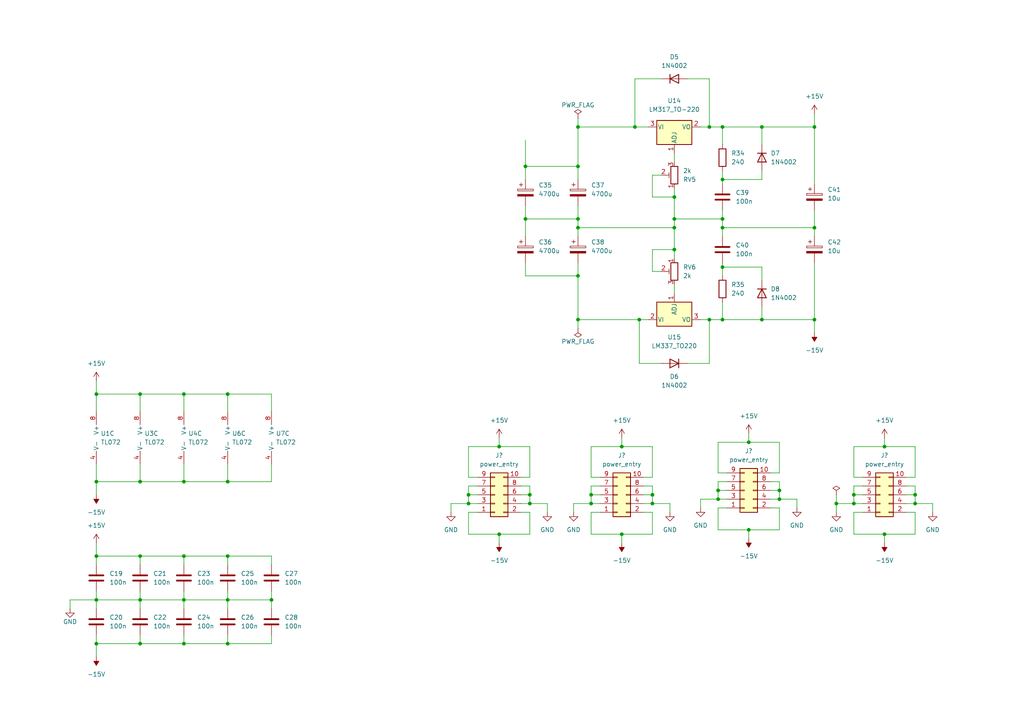
<source format=kicad_sch>
(kicad_sch (version 20211123) (generator eeschema)
  (paper "A4")
  (title_block (title "M.S.M. Stereo Lowpass Filter Pedal") (date "2022-05-19") (rev "0") (comment 2 "creativecommons.org/licenses/by/4.0") (comment 3 "License: CC by 4.0") (comment 4 "Author: Jordan Aceto"))
  (lib_symbols
    (symbol "Amplifier_Operational:TL072" (pin_names (offset 0.127))
      (property "Reference" "U" (at 0 5.08 0))
      (property "Value" "TL072" (at 0 -5.08 0))
      (symbol "TL072_1_1"
        (polyline (pts (xy -5.08 5.08) (xy 5.08 0) (xy -5.08 -5.08) (xy -5.08 5.08)) (stroke (width 0.254)) (fill (type background)))
        (pin output line (at 7.62 0 180) (length 2.54) (name "~") (number "1"))
        (pin input line (at -7.62 -2.54 0) (length 2.54) (name "-") (number "2"))
        (pin input line (at -7.62 2.54 0) (length 2.54) (name "+") (number "3"))
      )
      (symbol "TL072_2_1"
        (polyline (pts (xy -5.08 5.08) (xy 5.08 0) (xy -5.08 -5.08) (xy -5.08 5.08)) (stroke (width 0.254)) (fill (type background)))
        (pin input line (at -7.62 2.54 0) (length 2.54) (name "+") (number "5"))
        (pin input line (at -7.62 -2.54 0) (length 2.54) (name "-") (number "6"))
        (pin output line (at 7.62 0 180) (length 2.54) (name "~") (number "7"))
      )
      (symbol "TL072_3_1"
        (pin power_in line (at -2.54 -7.62 90) (length 3.81) (name "V-") (number "4"))
        (pin power_in line (at -2.54 7.62 270) (length 3.81) (name "V+") (number "8"))
      )
    )
    (symbol "Connector_Generic:Conn_02x05_Odd_Even" (pin_names (offset 1.016) hide)
      (property "Reference" "J" (at 1.27 7.62 0))
      (property "Value" "Conn_02x05_Odd_Even" (at 1.27 -7.62 0))
      (symbol "Conn_02x05_Odd_Even_1_1"
        (rectangle (start -1.27 -4.953) (end 0 -5.207) (stroke (width 0.1524)))
        (rectangle (start -1.27 -2.413) (end 0 -2.667) (stroke (width 0.1524)))
        (rectangle (start -1.27 0.127) (end 0 -0.127) (stroke (width 0.1524)))
        (rectangle (start -1.27 2.667) (end 0 2.413) (stroke (width 0.1524)))
        (rectangle (start -1.27 5.207) (end 0 4.953) (stroke (width 0.1524)))
        (rectangle (start -1.27 6.35) (end 3.81 -6.35) (stroke (width 0.254)) (fill (type background)))
        (rectangle (start 3.81 -4.953) (end 2.54 -5.207) (stroke (width 0.1524)))
        (rectangle (start 3.81 -2.413) (end 2.54 -2.667) (stroke (width 0.1524)))
        (rectangle (start 3.81 0.127) (end 2.54 -0.127) (stroke (width 0.1524)))
        (rectangle (start 3.81 2.667) (end 2.54 2.413) (stroke (width 0.1524)))
        (rectangle (start 3.81 5.207) (end 2.54 4.953) (stroke (width 0.1524)))
        (pin passive line (at -5.08 5.08 0) (length 3.81) (name "Pin_1") (number "1"))
        (pin passive line (at 7.62 -5.08 180) (length 3.81) (name "Pin_10") (number "10"))
        (pin passive line (at 7.62 5.08 180) (length 3.81) (name "Pin_2") (number "2"))
        (pin passive line (at -5.08 2.54 0) (length 3.81) (name "Pin_3") (number "3"))
        (pin passive line (at 7.62 2.54 180) (length 3.81) (name "Pin_4") (number "4"))
        (pin passive line (at -5.08 0 0) (length 3.81) (name "Pin_5") (number "5"))
        (pin passive line (at 7.62 0 180) (length 3.81) (name "Pin_6") (number "6"))
        (pin passive line (at -5.08 -2.54 0) (length 3.81) (name "Pin_7") (number "7"))
        (pin passive line (at 7.62 -2.54 180) (length 3.81) (name "Pin_8") (number "8"))
        (pin passive line (at -5.08 -5.08 0) (length 3.81) (name "Pin_9") (number "9"))
      )
    )
    (symbol "Device:C" (pin_numbers hide) (pin_names (offset 0.254))
      (property "Reference" "C" (at 0.635 2.54 0))
      (property "Value" "C" (at 0.635 -2.54 0))
      (symbol "C_0_1"
        (polyline (pts (xy -2.032 -0.762) (xy 2.032 -0.762)) (stroke (width 0.508)))
        (polyline (pts (xy -2.032 0.762) (xy 2.032 0.762)) (stroke (width 0.508)))
      )
      (symbol "C_1_1"
        (pin passive line (at 0 3.81 270) (length 2.794) (name "~") (number "1"))
        (pin passive line (at 0 -3.81 90) (length 2.794) (name "~") (number "2"))
      )
    )
    (symbol "Device:C_Polarized" (pin_numbers hide) (pin_names (offset 0.254))
      (property "Reference" "C" (at 0.635 2.54 0))
      (property "Value" "C_Polarized" (at 0.635 -2.54 0))
      (symbol "C_Polarized_0_1"
        (rectangle (start -2.286 0.508) (end 2.286 1.016))
        (polyline (pts (xy -1.778 2.286) (xy -0.762 2.286)))
        (polyline (pts (xy -1.27 2.794) (xy -1.27 1.778)))
        (rectangle (start 2.286 -0.508) (end -2.286 -1.016) (fill (type outline)))
      )
      (symbol "C_Polarized_1_1"
        (pin passive line (at 0 3.81 270) (length 2.794) (name "~") (number "1"))
        (pin passive line (at 0 -3.81 90) (length 2.794) (name "~") (number "2"))
      )
    )
    (symbol "Device:R" (pin_numbers hide) (pin_names (offset 0))
      (property "Reference" "R" (at 2.032 0 90))
      (property "Value" "R" (at 0 0 90))
      (symbol "R_0_1"
        (rectangle (start -1.016 -2.54) (end 1.016 2.54) (stroke (width 0.254)))
      )
      (symbol "R_1_1"
        (pin passive line (at 0 3.81 270) (length 1.27) (name "~") (number "1"))
        (pin passive line (at 0 -3.81 90) (length 1.27) (name "~") (number "2"))
      )
    )
    (symbol "Device:R_Potentiometer_Trim" (pin_names (offset 1.016) hide)
      (property "Reference" "RV" (at -4.445 0 90))
      (property "Value" "R_Potentiometer_Trim" (at -2.54 0 90))
      (symbol "R_Potentiometer_Trim_0_1"
        (polyline (pts (xy 1.524 0.762) (xy 1.524 -0.762)))
        (polyline (pts (xy 2.54 0) (xy 1.524 0)))
        (rectangle (start 1.016 2.54) (end -1.016 -2.54) (stroke (width 0.254)))
      )
      (symbol "R_Potentiometer_Trim_1_1"
        (pin passive line (at 0 3.81 270) (length 1.27) (name "1") (number "1"))
        (pin passive line (at 3.81 0 180) (length 1.27) (name "2") (number "2"))
        (pin passive line (at 0 -3.81 90) (length 1.27) (name "3") (number "3"))
      )
    )
    (symbol "Diode:1N4002" (pin_numbers hide) (pin_names (offset 1.016) hide)
      (property "Reference" "D" (at 0 2.54 0))
      (property "Value" "1N4002" (at 0 -2.54 0))
      (symbol "1N4002_0_1"
        (polyline (pts (xy -1.27 1.27) (xy -1.27 -1.27)) (stroke (width 0.254)))
        (polyline (pts (xy 1.27 0) (xy -1.27 0)))
        (polyline (pts (xy 1.27 1.27) (xy 1.27 -1.27) (xy -1.27 0) (xy 1.27 1.27)) (stroke (width 0.254)))
      )
      (symbol "1N4002_1_1"
        (pin passive line (at -3.81 0 0) (length 2.54) (name "K") (number "1"))
        (pin passive line (at 3.81 0 180) (length 2.54) (name "A") (number "2"))
      )
    )
    (symbol "Regulator_Linear:LM317_TO-220" (pin_names (offset 0.254))
      (property "Reference" "U" (at -3.81 3.175 0))
      (property "Value" "LM317_TO-220" (at 0 3.175 0))
      (symbol "LM317_TO-220_0_1"
        (rectangle (start -5.08 1.905) (end 5.08 -5.08) (stroke (width 0.254)) (fill (type background)))
      )
      (symbol "LM317_TO-220_1_1"
        (pin input line (at 0 -7.62 90) (length 2.54) (name "ADJ") (number "1"))
        (pin power_out line (at 7.62 0 180) (length 2.54) (name "VO") (number "2"))
        (pin power_in line (at -7.62 0 0) (length 2.54) (name "VI") (number "3"))
      )
    )
    (symbol "Regulator_Linear:LM337_TO220" (pin_names (offset 0.254))
      (property "Reference" "U" (at -3.81 -3.175 0))
      (property "Value" "LM337_TO220" (at 0 -3.175 0))
      (symbol "LM337_TO220_0_1"
        (rectangle (start -5.08 5.08) (end 5.08 -1.905) (stroke (width 0.254)) (fill (type background)))
      )
      (symbol "LM337_TO220_1_1"
        (pin input line (at 0 7.62 270) (length 2.54) (name "ADJ") (number "1"))
        (pin power_in line (at -7.62 0 0) (length 2.54) (name "VI") (number "2"))
        (pin power_out line (at 7.62 0 180) (length 2.54) (name "VO") (number "3"))
      )
    )
    (symbol "power:+15V" (power) (pin_names (offset 0))
      (property "Value" "+15V" (at 0 3.556 0))
      (symbol "+15V_0_1"
        (polyline (pts (xy -0.762 1.27) (xy 0 2.54)))
        (polyline (pts (xy 0 0) (xy 0 2.54)))
        (polyline (pts (xy 0 2.54) (xy 0.762 1.27)))
      )
      (symbol "+15V_1_1"
        (pin power_in line (at 0 0 90) (length 0) hide (name "+15V") (number "1"))
      )
    )
    (symbol "power:-15V" (power) (pin_names (offset 0))
      (property "Value" "-15V" (at 0 3.81 0))
      (symbol "-15V_0_0"
        (pin power_in line (at 0 0 90) (length 0) hide (name "-15V") (number "1"))
      )
      (symbol "-15V_0_1"
        (polyline (pts (xy 0 0) (xy 0 1.27) (xy 0.762 1.27) (xy 0 2.54) (xy -0.762 1.27) (xy 0 1.27)) (fill (type outline)))
      )
    )
    (symbol "power:GND" (power) (pin_names (offset 0))
      (property "Value" "GND" (at 0 -3.81 0))
      (symbol "GND_0_1"
        (polyline (pts (xy 0 0) (xy 0 -1.27) (xy 1.27 -1.27) (xy 0 -2.54) (xy -1.27 -1.27) (xy 0 -1.27)))
      )
      (symbol "GND_1_1"
        (pin power_in line (at 0 0 270) (length 0) hide (name "GND") (number "1"))
      )
    )
    (symbol "power:PWR_FLAG" (power) (pin_numbers hide) (pin_names (offset 0) hide)
      (property "Value" "PWR_FLAG" (at 0 3.81 0))
      (symbol "PWR_FLAG_0_0"
        (pin power_out line (at 0 0 90) (length 0) (name "pwr") (number "1"))
      )
      (symbol "PWR_FLAG_0_1"
        (polyline (pts (xy 0 0) (xy 0 1.27) (xy -1.016 1.905) (xy 0 2.54) (xy 1.016 1.905) (xy 0 1.27)))
      )
    )
  )
  (junction (at 27.94 139.7))
  (junction (at 180.34 129.54))
  (junction (at 265.43 146.05))
  (junction (at 180.34 154.94))
  (junction (at 53.34 114.3))
  (junction (at 27.94 161.29))
  (junction (at 27.94 186.69))
  (junction (at 217.17 153.67))
  (junction (at 167.64 63.5))
  (junction (at 209.55 77.47))
  (junction (at 209.55 36.83))
  (junction (at 205.74 92.71))
  (junction (at 226.06 144.78))
  (junction (at 265.43 143.51))
  (junction (at 189.23 143.51))
  (junction (at 220.98 92.71))
  (junction (at 153.67 146.05))
  (junction (at 135.89 146.05))
  (junction (at 247.65 146.05))
  (junction (at 40.64 114.3))
  (junction (at 53.34 173.99))
  (junction (at 195.58 72.39))
  (junction (at 66.04 114.3))
  (junction (at 144.78 129.54))
  (junction (at 195.58 66.04))
  (junction (at 167.64 66.04))
  (junction (at 209.55 52.07))
  (junction (at 152.4 48.26))
  (junction (at 256.54 154.94))
  (junction (at 27.94 114.3))
  (junction (at 78.74 173.99))
  (junction (at 167.64 36.83))
  (junction (at 40.64 161.29))
  (junction (at 167.64 92.71))
  (junction (at 195.58 63.5))
  (junction (at 171.45 143.51))
  (junction (at 184.15 36.83))
  (junction (at 195.58 57.15))
  (junction (at 236.22 36.83))
  (junction (at 66.04 173.99))
  (junction (at 144.78 154.94))
  (junction (at 66.04 186.69))
  (junction (at 53.34 186.69))
  (junction (at 256.54 129.54))
  (junction (at 220.98 36.83))
  (junction (at 236.22 92.71))
  (junction (at 208.28 142.24))
  (junction (at 205.74 36.83))
  (junction (at 189.23 146.05))
  (junction (at 208.28 144.78))
  (junction (at 167.64 48.26))
  (junction (at 152.4 63.5))
  (junction (at 171.45 146.05))
  (junction (at 209.55 92.71))
  (junction (at 242.57 146.05))
  (junction (at 236.22 66.04))
  (junction (at 40.64 173.99))
  (junction (at 27.94 173.99))
  (junction (at 226.06 142.24))
  (junction (at 53.34 139.7))
  (junction (at 53.34 161.29))
  (junction (at 66.04 161.29))
  (junction (at 167.64 80.01))
  (junction (at 209.55 66.04))
  (junction (at 209.55 63.5))
  (junction (at 185.42 92.71))
  (junction (at 66.04 139.7))
  (junction (at 217.17 128.27))
  (junction (at 135.89 143.51))
  (junction (at 153.67 143.51))
  (junction (at 40.64 186.69))
  (junction (at 40.64 139.7))
  (junction (at 247.65 143.51))
  (wire (pts (xy 167.64 95.25) (xy 167.64 92.71)))
  (wire (pts (xy 40.64 173.99) (xy 27.94 173.99)))
  (wire (pts (xy 138.43 146.05) (xy 135.89 146.05)))
  (wire (pts (xy 220.98 88.9) (xy 220.98 92.71)))
  (wire (pts (xy 158.75 146.05) (xy 153.67 146.05)))
  (wire (pts (xy 189.23 57.15) (xy 195.58 57.15)))
  (wire (pts (xy 191.77 105.41) (xy 185.42 105.41)))
  (wire (pts (xy 66.04 186.69) (xy 66.04 184.15)))
  (wire (pts (xy 265.43 146.05) (xy 265.43 143.51)))
  (wire (pts (xy 152.4 63.5) (xy 167.64 63.5)))
  (wire (pts (xy 78.74 161.29) (xy 66.04 161.29)))
  (wire (pts (xy 40.64 173.99) (xy 40.64 176.53)))
  (wire (pts (xy 209.55 36.83) (xy 209.55 41.91)))
  (wire (pts (xy 185.42 92.71) (xy 187.96 92.71)))
  (wire (pts (xy 138.43 148.59) (xy 135.89 148.59)))
  (wire (pts (xy 226.06 147.32) (xy 223.52 147.32)))
  (wire (pts (xy 167.64 63.5) (xy 167.64 66.04)))
  (wire (pts (xy 53.34 139.7) (xy 53.34 134.62)))
  (wire (pts (xy 220.98 52.07) (xy 220.98 49.53)))
  (wire (pts (xy 247.65 140.97) (xy 247.65 143.51)))
  (wire (pts (xy 158.75 148.59) (xy 158.75 146.05)))
  (wire (pts (xy 167.64 34.29) (xy 167.64 36.83)))
  (wire (pts (xy 78.74 139.7) (xy 66.04 139.7)))
  (wire (pts (xy 270.51 146.05) (xy 265.43 146.05)))
  (wire (pts (xy 27.94 173.99) (xy 27.94 176.53)))
  (wire (pts (xy 27.94 134.62) (xy 27.94 139.7)))
  (wire (pts (xy 27.94 139.7) (xy 27.94 143.51)))
  (wire (pts (xy 27.94 186.69) (xy 27.94 190.5)))
  (wire (pts (xy 153.67 129.54) (xy 144.78 129.54)))
  (wire (pts (xy 78.74 114.3) (xy 66.04 114.3)))
  (wire (pts (xy 153.67 154.94) (xy 153.67 148.59)))
  (wire (pts (xy 144.78 129.54) (xy 135.89 129.54)))
  (wire (pts (xy 78.74 173.99) (xy 66.04 173.99)))
  (wire (pts (xy 208.28 142.24) (xy 210.82 142.24)))
  (wire (pts (xy 152.4 80.01) (xy 167.64 80.01)))
  (wire (pts (xy 247.65 140.97) (xy 250.19 140.97)))
  (wire (pts (xy 223.52 144.78) (xy 226.06 144.78)))
  (wire (pts (xy 194.31 146.05) (xy 189.23 146.05)))
  (wire (pts (xy 167.64 36.83) (xy 184.15 36.83)))
  (wire (pts (xy 53.34 186.69) (xy 53.34 184.15)))
  (wire (pts (xy 66.04 173.99) (xy 66.04 176.53)))
  (wire (pts (xy 152.4 48.26) (xy 167.64 48.26)))
  (wire (pts (xy 209.55 49.53) (xy 209.55 52.07)))
  (wire (pts (xy 152.4 48.26) (xy 152.4 52.07)))
  (wire (pts (xy 184.15 22.86) (xy 191.77 22.86)))
  (wire (pts (xy 151.13 138.43) (xy 153.67 138.43)))
  (wire (pts (xy 195.58 63.5) (xy 195.58 66.04)))
  (wire (pts (xy 256.54 154.94) (xy 265.43 154.94)))
  (wire (pts (xy 78.74 171.45) (xy 78.74 173.99)))
  (wire (pts (xy 270.51 148.59) (xy 270.51 146.05)))
  (wire (pts (xy 27.94 184.15) (xy 27.94 186.69)))
  (wire (pts (xy 209.55 77.47) (xy 220.98 77.47)))
  (wire (pts (xy 205.74 22.86) (xy 199.39 22.86)))
  (wire (pts (xy 167.64 48.26) (xy 167.64 36.83)))
  (wire (pts (xy 40.64 114.3) (xy 27.94 114.3)))
  (wire (pts (xy 186.69 140.97) (xy 189.23 140.97)))
  (wire (pts (xy 153.67 146.05) (xy 153.67 143.51)))
  (wire (pts (xy 20.32 173.99) (xy 27.94 173.99)))
  (wire (pts (xy 40.64 161.29) (xy 27.94 161.29)))
  (wire (pts (xy 209.55 76.2) (xy 209.55 77.47)))
  (wire (pts (xy 189.23 148.59) (xy 186.69 148.59)))
  (wire (pts (xy 208.28 137.16) (xy 210.82 137.16)))
  (wire (pts (xy 40.64 139.7) (xy 27.94 139.7)))
  (wire (pts (xy 66.04 114.3) (xy 66.04 119.38)))
  (wire (pts (xy 247.65 154.94) (xy 256.54 154.94)))
  (wire (pts (xy 265.43 138.43) (xy 265.43 129.54)))
  (wire (pts (xy 53.34 161.29) (xy 53.34 163.83)))
  (wire (pts (xy 184.15 36.83) (xy 184.15 22.86)))
  (wire (pts (xy 144.78 127) (xy 144.78 129.54)))
  (wire (pts (xy 27.94 110.49) (xy 27.94 114.3)))
  (wire (pts (xy 135.89 148.59) (xy 135.89 154.94)))
  (wire (pts (xy 210.82 147.32) (xy 208.28 147.32)))
  (wire (pts (xy 223.52 139.7) (xy 226.06 139.7)))
  (wire (pts (xy 153.67 148.59) (xy 151.13 148.59)))
  (wire (pts (xy 208.28 139.7) (xy 208.28 142.24)))
  (wire (pts (xy 66.04 186.69) (xy 78.74 186.69)))
  (wire (pts (xy 78.74 186.69) (xy 78.74 184.15)))
  (wire (pts (xy 27.94 186.69) (xy 40.64 186.69)))
  (wire (pts (xy 256.54 129.54) (xy 247.65 129.54)))
  (wire (pts (xy 167.64 80.01) (xy 167.64 76.2)))
  (wire (pts (xy 209.55 60.96) (xy 209.55 63.5)))
  (wire (pts (xy 189.23 154.94) (xy 189.23 148.59)))
  (wire (pts (xy 209.55 92.71) (xy 209.55 87.63)))
  (wire (pts (xy 250.19 146.05) (xy 247.65 146.05)))
  (wire (pts (xy 171.45 148.59) (xy 171.45 154.94)))
  (wire (pts (xy 250.19 148.59) (xy 247.65 148.59)))
  (wire (pts (xy 203.2 144.78) (xy 208.28 144.78)))
  (wire (pts (xy 40.64 139.7) (xy 40.64 134.62)))
  (wire (pts (xy 208.28 128.27) (xy 208.28 137.16)))
  (wire (pts (xy 66.04 134.62) (xy 66.04 139.7)))
  (wire (pts (xy 226.06 142.24) (xy 226.06 139.7)))
  (wire (pts (xy 167.64 92.71) (xy 185.42 92.71)))
  (wire (pts (xy 53.34 186.69) (xy 66.04 186.69)))
  (wire (pts (xy 78.74 114.3) (xy 78.74 119.38)))
  (wire (pts (xy 186.69 146.05) (xy 189.23 146.05)))
  (wire (pts (xy 53.34 114.3) (xy 53.34 119.38)))
  (wire (pts (xy 180.34 129.54) (xy 171.45 129.54)))
  (wire (pts (xy 195.58 54.61) (xy 195.58 57.15)))
  (wire (pts (xy 40.64 171.45) (xy 40.64 173.99)))
  (wire (pts (xy 135.89 143.51) (xy 138.43 143.51)))
  (wire (pts (xy 220.98 77.47) (xy 220.98 81.28)))
  (wire (pts (xy 209.55 52.07) (xy 209.55 53.34)))
  (wire (pts (xy 66.04 173.99) (xy 53.34 173.99)))
  (wire (pts (xy 130.81 146.05) (xy 135.89 146.05)))
  (wire (pts (xy 53.34 114.3) (xy 40.64 114.3)))
  (wire (pts (xy 153.67 138.43) (xy 153.67 129.54)))
  (wire (pts (xy 195.58 63.5) (xy 209.55 63.5)))
  (wire (pts (xy 189.23 146.05) (xy 189.23 143.51)))
  (wire (pts (xy 189.23 138.43) (xy 189.23 129.54)))
  (wire (pts (xy 53.34 173.99) (xy 40.64 173.99)))
  (wire (pts (xy 265.43 154.94) (xy 265.43 148.59)))
  (wire (pts (xy 236.22 53.34) (xy 236.22 36.83)))
  (wire (pts (xy 135.89 140.97) (xy 138.43 140.97)))
  (wire (pts (xy 171.45 143.51) (xy 171.45 146.05)))
  (wire (pts (xy 220.98 92.71) (xy 236.22 92.71)))
  (wire (pts (xy 223.52 137.16) (xy 226.06 137.16)))
  (wire (pts (xy 209.55 92.71) (xy 220.98 92.71)))
  (wire (pts (xy 189.23 129.54) (xy 180.34 129.54)))
  (wire (pts (xy 185.42 105.41) (xy 185.42 92.71)))
  (wire (pts (xy 226.06 144.78) (xy 226.06 142.24)))
  (wire (pts (xy 209.55 52.07) (xy 220.98 52.07)))
  (wire (pts (xy 27.94 161.29) (xy 27.94 163.83)))
  (wire (pts (xy 40.64 161.29) (xy 40.64 163.83)))
  (wire (pts (xy 203.2 92.71) (xy 205.74 92.71)))
  (wire (pts (xy 53.34 161.29) (xy 40.64 161.29)))
  (wire (pts (xy 226.06 128.27) (xy 217.17 128.27)))
  (wire (pts (xy 208.28 142.24) (xy 208.28 144.78)))
  (wire (pts (xy 167.64 66.04) (xy 167.64 68.58)))
  (wire (pts (xy 189.23 72.39) (xy 195.58 72.39)))
  (wire (pts (xy 66.04 171.45) (xy 66.04 173.99)))
  (wire (pts (xy 236.22 92.71) (xy 236.22 76.2)))
  (wire (pts (xy 173.99 146.05) (xy 171.45 146.05)))
  (wire (pts (xy 171.45 143.51) (xy 173.99 143.51)))
  (wire (pts (xy 167.64 52.07) (xy 167.64 48.26)))
  (wire (pts (xy 171.45 138.43) (xy 173.99 138.43)))
  (wire (pts (xy 173.99 148.59) (xy 171.45 148.59)))
  (wire (pts (xy 144.78 154.94) (xy 144.78 157.48)))
  (wire (pts (xy 171.45 129.54) (xy 171.45 138.43)))
  (wire (pts (xy 135.89 154.94) (xy 144.78 154.94)))
  (wire (pts (xy 256.54 127) (xy 256.54 129.54)))
  (wire (pts (xy 205.74 92.71) (xy 209.55 92.71)))
  (wire (pts (xy 195.58 44.45) (xy 195.58 46.99)))
  (wire (pts (xy 262.89 140.97) (xy 265.43 140.97)))
  (wire (pts (xy 236.22 33.02) (xy 236.22 36.83)))
  (wire (pts (xy 209.55 36.83) (xy 220.98 36.83)))
  (wire (pts (xy 40.64 114.3) (xy 40.64 119.38)))
  (wire (pts (xy 209.55 66.04) (xy 209.55 68.58)))
  (wire (pts (xy 20.32 176.53) (xy 20.32 173.99)))
  (wire (pts (xy 247.65 138.43) (xy 250.19 138.43)))
  (wire (pts (xy 135.89 129.54) (xy 135.89 138.43)))
  (wire (pts (xy 189.23 143.51) (xy 189.23 140.97)))
  (wire (pts (xy 144.78 154.94) (xy 153.67 154.94)))
  (wire (pts (xy 78.74 139.7) (xy 78.74 134.62)))
  (wire (pts (xy 171.45 140.97) (xy 171.45 143.51)))
  (wire (pts (xy 180.34 154.94) (xy 180.34 157.48)))
  (wire (pts (xy 247.65 129.54) (xy 247.65 138.43)))
  (wire (pts (xy 247.65 143.51) (xy 247.65 146.05)))
  (wire (pts (xy 217.17 128.27) (xy 208.28 128.27)))
  (wire (pts (xy 262.89 146.05) (xy 265.43 146.05)))
  (wire (pts (xy 217.17 153.67) (xy 226.06 153.67)))
  (wire (pts (xy 236.22 92.71) (xy 236.22 96.52)))
  (wire (pts (xy 220.98 36.83) (xy 236.22 36.83)))
  (wire (pts (xy 195.58 72.39) (xy 195.58 74.93)))
  (wire (pts (xy 186.69 143.51) (xy 189.23 143.51)))
  (wire (pts (xy 152.4 59.69) (xy 152.4 63.5)))
  (wire (pts (xy 205.74 36.83) (xy 205.74 22.86)))
  (wire (pts (xy 205.74 105.41) (xy 205.74 92.71)))
  (wire (pts (xy 166.37 146.05) (xy 171.45 146.05)))
  (wire (pts (xy 27.94 171.45) (xy 27.94 173.99)))
  (wire (pts (xy 231.14 144.78) (xy 226.06 144.78)))
  (wire (pts (xy 186.69 138.43) (xy 189.23 138.43)))
  (wire (pts (xy 53.34 139.7) (xy 40.64 139.7)))
  (wire (pts (xy 209.55 77.47) (xy 209.55 80.01)))
  (wire (pts (xy 27.94 114.3) (xy 27.94 119.38)))
  (wire (pts (xy 231.14 147.32) (xy 231.14 144.78)))
  (wire (pts (xy 152.4 63.5) (xy 152.4 68.58)))
  (wire (pts (xy 199.39 105.41) (xy 205.74 105.41)))
  (wire (pts (xy 265.43 129.54) (xy 256.54 129.54)))
  (wire (pts (xy 217.17 125.73) (xy 217.17 128.27)))
  (wire (pts (xy 166.37 148.59) (xy 166.37 146.05)))
  (wire (pts (xy 180.34 127) (xy 180.34 129.54)))
  (wire (pts (xy 167.64 80.01) (xy 167.64 92.71)))
  (wire (pts (xy 135.89 143.51) (xy 135.89 146.05)))
  (wire (pts (xy 209.55 66.04) (xy 236.22 66.04)))
  (wire (pts (xy 40.64 186.69) (xy 53.34 186.69)))
  (wire (pts (xy 208.28 147.32) (xy 208.28 153.67)))
  (wire (pts (xy 191.77 50.8) (xy 189.23 50.8)))
  (wire (pts (xy 171.45 140.97) (xy 173.99 140.97)))
  (wire (pts (xy 236.22 66.04) (xy 236.22 68.58)))
  (wire (pts (xy 167.64 66.04) (xy 195.58 66.04)))
  (wire (pts (xy 220.98 41.91) (xy 220.98 36.83)))
  (wire (pts (xy 256.54 154.94) (xy 256.54 157.48)))
  (wire (pts (xy 152.4 40.64) (xy 152.4 48.26)))
  (wire (pts (xy 209.55 63.5) (xy 209.55 66.04)))
  (wire (pts (xy 195.58 82.55) (xy 195.58 85.09)))
  (wire (pts (xy 195.58 66.04) (xy 195.58 72.39)))
  (wire (pts (xy 203.2 147.32) (xy 203.2 144.78)))
  (wire (pts (xy 226.06 137.16) (xy 226.06 128.27)))
  (wire (pts (xy 194.31 148.59) (xy 194.31 146.05)))
  (wire (pts (xy 66.04 161.29) (xy 66.04 163.83)))
  (wire (pts (xy 40.64 186.69) (xy 40.64 184.15)))
  (wire (pts (xy 265.43 143.51) (xy 265.43 140.97)))
  (wire (pts (xy 135.89 138.43) (xy 138.43 138.43)))
  (wire (pts (xy 66.04 139.7) (xy 53.34 139.7)))
  (wire (pts (xy 226.06 153.67) (xy 226.06 147.32)))
  (wire (pts (xy 66.04 161.29) (xy 53.34 161.29)))
  (wire (pts (xy 223.52 142.24) (xy 226.06 142.24)))
  (wire (pts (xy 152.4 76.2) (xy 152.4 80.01)))
  (wire (pts (xy 195.58 57.15) (xy 195.58 63.5)))
  (wire (pts (xy 208.28 139.7) (xy 210.82 139.7)))
  (wire (pts (xy 153.67 143.51) (xy 153.67 140.97)))
  (wire (pts (xy 187.96 36.83) (xy 184.15 36.83)))
  (wire (pts (xy 130.81 148.59) (xy 130.81 146.05)))
  (wire (pts (xy 151.13 143.51) (xy 153.67 143.51)))
  (wire (pts (xy 242.57 146.05) (xy 247.65 146.05)))
  (wire (pts (xy 171.45 154.94) (xy 180.34 154.94)))
  (wire (pts (xy 189.23 78.74) (xy 189.23 72.39)))
  (wire (pts (xy 191.77 78.74) (xy 189.23 78.74)))
  (wire (pts (xy 78.74 173.99) (xy 78.74 176.53)))
  (wire (pts (xy 262.89 138.43) (xy 265.43 138.43)))
  (wire (pts (xy 27.94 157.48) (xy 27.94 161.29)))
  (wire (pts (xy 53.34 171.45) (xy 53.34 173.99)))
  (wire (pts (xy 205.74 36.83) (xy 203.2 36.83)))
  (wire (pts (xy 167.64 59.69) (xy 167.64 63.5)))
  (wire (pts (xy 247.65 143.51) (xy 250.19 143.51)))
  (wire (pts (xy 66.04 114.3) (xy 53.34 114.3)))
  (wire (pts (xy 242.57 148.59) (xy 242.57 146.05)))
  (wire (pts (xy 247.65 148.59) (xy 247.65 154.94)))
  (wire (pts (xy 265.43 148.59) (xy 262.89 148.59)))
  (wire (pts (xy 262.89 143.51) (xy 265.43 143.51)))
  (wire (pts (xy 209.55 36.83) (xy 205.74 36.83)))
  (wire (pts (xy 217.17 153.67) (xy 217.17 156.21)))
  (wire (pts (xy 151.13 146.05) (xy 153.67 146.05)))
  (wire (pts (xy 135.89 140.97) (xy 135.89 143.51)))
  (wire (pts (xy 151.13 140.97) (xy 153.67 140.97)))
  (wire (pts (xy 208.28 153.67) (xy 217.17 153.67)))
  (wire (pts (xy 242.57 143.51) (xy 242.57 146.05)))
  (wire (pts (xy 180.34 154.94) (xy 189.23 154.94)))
  (wire (pts (xy 236.22 60.96) (xy 236.22 66.04)))
  (wire (pts (xy 189.23 50.8) (xy 189.23 57.15)))
  (wire (pts (xy 210.82 144.78) (xy 208.28 144.78)))
  (wire (pts (xy 78.74 161.29) (xy 78.74 163.83)))
  (wire (pts (xy 53.34 173.99) (xy 53.34 176.53)))
  (symbol (lib_id "Device:C_Polarized") (at 167.64 72.39 0) (unit 1)
    (property "Reference" "C38" (at 171.45 70.2309 0) (effects (justify left)))
    (property "Value" "4700u" (at 171.45 72.7709 0) (effects (justify left)))
  )
  (symbol (lib_id "power:+15V") (at 236.22 33.02 0) (unit 1)
    (property "Reference" "#PWR?" (effects hide))
    (property "Value" "+15V" (at 236.22 27.94 0))
  )
  (symbol (lib_id "Device:C_Polarized") (at 152.4 55.88 0) (unit 1)
    (property "Reference" "C35" (at 156.21 53.7209 0) (effects (justify left)))
    (property "Value" "4700u" (at 156.21 56.2609 0) (effects (justify left)))
  )
  (symbol (lib_id "Device:C_Polarized") (at 152.4 72.39 0) (unit 1)
    (property "Reference" "C36" (at 156.21 70.2309 0) (effects (justify left)))
    (property "Value" "4700u" (at 156.21 72.7709 0) (effects (justify left)))
  )
  (symbol (lib_id "power:GND") (at 130.81 148.59 0) (mirror y) (unit 1)
    (property "Reference" "#PWR?" (effects hide))
    (property "Value" "GND" (at 130.81 153.67 0))
  )
  (symbol (lib_id "Connector_Generic:Conn_02x05_Odd_Even") (at 143.51 143.51 0) (mirror x) (unit 1)
    (property "Reference" "J?" (at 144.78 132.08 0))
    (property "Value" "power_entry" (at 144.78 134.62 0))
    (property "Footprint" "Connector_IDC:IDC-Header_2x05_P2.54mm_Vertical" (effects hide))
  )
  (symbol (lib_id "power:+15V") (at 180.34 127 0) (unit 1)
    (property "Reference" "#PWR?" (effects hide))
    (property "Value" "+15V" (at 180.34 121.92 0))
  )
  (symbol (lib_id "Device:C") (at 53.34 167.64 0) (unit 1)
    (property "Reference" "C23" (at 57.15 166.3699 0) (effects (justify left)))
    (property "Value" "100n" (at 57.15 168.9099 0) (effects (justify left)))
  )
  (symbol (lib_id "Amplifier_Operational:TL072") (at 68.58 127 0) (unit 3)
    (property "Reference" "U6" (at 67.31 125.7299 0) (effects (justify left)))
    (property "Value" "TL072" (at 67.31 128.2699 0) (effects (justify left)))
    (property "Datasheet" "http://www.ti.com/lit/ds/symlink/tl071.pdf" (effects hide))
  )
  (symbol (lib_id "power:GND") (at 166.37 148.59 0) (mirror y) (unit 1)
    (property "Reference" "#PWR?" (effects hide))
    (property "Value" "GND" (at 166.37 153.67 0))
  )
  (symbol (lib_id "Device:R") (at 209.55 45.72 0) (unit 1)
    (property "Reference" "R34" (at 212.09 44.4499 0) (effects (justify left)))
    (property "Value" "240" (at 212.09 46.9899 0) (effects (justify left)))
  )
  (symbol (lib_id "Device:C") (at 209.55 72.39 0) (unit 1)
    (property "Reference" "C40" (at 213.36 71.1199 0) (effects (justify left)))
    (property "Value" "100n" (at 213.36 73.6599 0) (effects (justify left)))
  )
  (symbol (lib_id "Device:C") (at 40.64 167.64 0) (unit 1)
    (property "Reference" "C21" (at 44.45 166.3699 0) (effects (justify left)))
    (property "Value" "100n" (at 44.45 168.9099 0) (effects (justify left)))
  )
  (symbol (lib_id "Device:C") (at 40.64 180.34 0) (unit 1)
    (property "Reference" "C22" (at 44.45 179.0699 0) (effects (justify left)))
    (property "Value" "100n" (at 44.45 181.6099 0) (effects (justify left)))
  )
  (symbol (lib_id "power:PWR_FLAG") (at 167.64 34.29 0) (unit 1)
    (property "Reference" "#FLG02" (effects hide))
    (property "Value" "PWR_FLAG" (at 167.64 30.48 0))
  )
  (symbol (lib_id "power:-15V") (at 180.34 157.48 180) (unit 1)
    (property "Reference" "#PWR?" (effects hide))
    (property "Value" "-15V" (at 180.34 162.56 0))
  )
  (symbol (lib_id "power:-15V") (at 144.78 157.48 180) (unit 1)
    (property "Reference" "#PWR?" (effects hide))
    (property "Value" "-15V" (at 144.78 162.56 0))
  )
  (symbol (lib_id "power:PWR_FLAG") (at 167.64 95.25 180) (unit 1)
    (property "Reference" "#FLG03" (effects hide))
    (property "Value" "PWR_FLAG" (at 167.64 99.06 0))
  )
  (symbol (lib_id "power:+15V") (at 27.94 110.49 0) (unit 1)
    (property "Reference" "#PWR?" (effects hide))
    (property "Value" "+15V" (at 27.94 105.41 0))
  )
  (symbol (lib_id "Device:C_Polarized") (at 167.64 55.88 0) (unit 1)
    (property "Reference" "C37" (at 171.45 53.7209 0) (effects (justify left)))
    (property "Value" "4700u" (at 171.45 56.2609 0) (effects (justify left)))
  )
  (symbol (lib_id "Device:R") (at 209.55 83.82 0) (unit 1)
    (property "Reference" "R35" (at 212.09 82.5499 0) (effects (justify left)))
    (property "Value" "240" (at 212.09 85.0899 0) (effects (justify left)))
  )
  (symbol (lib_id "Device:C") (at 66.04 167.64 0) (unit 1)
    (property "Reference" "C25" (at 69.85 166.3699 0) (effects (justify left)))
    (property "Value" "100n" (at 69.85 168.9099 0) (effects (justify left)))
  )
  (symbol (lib_id "power:GND") (at 20.32 176.53 0) (unit 1)
    (property "Reference" "#PWR028" (effects hide))
    (property "Value" "GND" (at 20.32 180.34 0))
  )
  (symbol (lib_id "Device:C") (at 27.94 180.34 0) (unit 1)
    (property "Reference" "C20" (at 31.75 179.0699 0) (effects (justify left)))
    (property "Value" "100n" (at 31.75 181.6099 0) (effects (justify left)))
  )
  (symbol (lib_id "power:-15V") (at 27.94 143.51 180) (unit 1)
    (property "Reference" "#PWR?" (effects hide))
    (property "Value" "-15V" (at 27.94 148.59 0))
  )
  (symbol (lib_id "Device:C") (at 209.55 57.15 0) (unit 1)
    (property "Reference" "C39" (at 213.36 55.8799 0) (effects (justify left)))
    (property "Value" "100n" (at 213.36 58.4199 0) (effects (justify left)))
  )
  (symbol (lib_id "Device:R_Potentiometer_Trim") (at 195.58 50.8 180) (unit 1)
    (property "Reference" "RV5" (at 198.12 52.0701 0) (effects (justify right)))
    (property "Value" "2k" (at 198.12 49.5301 0) (effects (justify right)))
  )
  (symbol (lib_id "power:GND") (at 242.57 148.59 0) (mirror y) (unit 1)
    (property "Reference" "#PWR?" (effects hide))
    (property "Value" "GND" (at 242.57 153.67 0))
  )
  (symbol (lib_id "Device:C_Polarized") (at 236.22 72.39 0) (unit 1)
    (property "Reference" "C42" (at 240.03 70.2309 0) (effects (justify left)))
    (property "Value" "10u" (at 240.03 72.7709 0) (effects (justify left)))
  )
  (symbol (lib_id "power:-15V") (at 217.17 156.21 180) (unit 1)
    (property "Reference" "#PWR?" (effects hide))
    (property "Value" "-15V" (at 217.17 161.29 0))
  )
  (symbol (lib_id "Diode:1N4002") (at 220.98 45.72 270) (unit 1)
    (property "Reference" "D7" (at 223.52 44.4499 90) (effects (justify left)))
    (property "Value" "1N4002" (at 223.52 46.9899 90) (effects (justify left)))
    (property "Footprint" "Diode_THT:D_DO-41_SOD81_P10.16mm_Horizontal" (effects hide))
    (property "Datasheet" "http://www.vishay.com/docs/88503/1n4001.pdf" (effects hide))
  )
  (symbol (lib_id "Device:C") (at 78.74 180.34 0) (unit 1)
    (property "Reference" "C28" (at 82.55 179.0699 0) (effects (justify left)))
    (property "Value" "100n" (at 82.55 181.6099 0) (effects (justify left)))
  )
  (symbol (lib_id "power:+15V") (at 27.94 157.48 0) (unit 1)
    (property "Reference" "#PWR?" (effects hide))
    (property "Value" "+15V" (at 27.94 152.4 0))
  )
  (symbol (lib_id "Device:C") (at 53.34 180.34 0) (unit 1)
    (property "Reference" "C24" (at 57.15 179.0699 0) (effects (justify left)))
    (property "Value" "100n" (at 57.15 181.6099 0) (effects (justify left)))
  )
  (symbol (lib_id "power:GND") (at 231.14 147.32 0) (unit 1)
    (property "Reference" "#PWR?" (effects hide))
    (property "Value" "GND" (at 231.14 152.4 0))
  )
  (symbol (lib_id "power:GND") (at 194.31 148.59 0) (unit 1)
    (property "Reference" "#PWR?" (effects hide))
    (property "Value" "GND" (at 194.31 153.67 0))
  )
  (symbol (lib_id "power:-15V") (at 256.54 157.48 180) (unit 1)
    (property "Reference" "#PWR?" (effects hide))
    (property "Value" "-15V" (at 256.54 162.56 0))
  )
  (symbol (lib_id "Regulator_Linear:LM317_TO-220") (at 195.58 36.83 0) (unit 1)
    (property "Reference" "U14" (at 195.58 29.21 0))
    (property "Value" "LM317_TO-220" (at 195.58 31.75 0))
    (property "Footprint" "Package_TO_SOT_THT:TO-220-3_Vertical" (effects hide))
    (property "Datasheet" "http://www.ti.com/lit/ds/symlink/lm317.pdf" (effects hide))
  )
  (symbol (lib_id "Connector_Generic:Conn_02x05_Odd_Even") (at 255.27 143.51 0) (mirror x) (unit 1)
    (property "Reference" "J?" (at 256.54 132.08 0))
    (property "Value" "power_entry" (at 256.54 134.62 0))
    (property "Footprint" "Connector_IDC:IDC-Header_2x05_P2.54mm_Vertical" (effects hide))
  )
  (symbol (lib_id "Device:C") (at 78.74 167.64 0) (unit 1)
    (property "Reference" "C27" (at 82.55 166.3699 0) (effects (justify left)))
    (property "Value" "100n" (at 82.55 168.9099 0) (effects (justify left)))
  )
  (symbol (lib_id "power:GND") (at 203.2 147.32 0) (mirror y) (unit 1)
    (property "Reference" "#PWR?" (effects hide))
    (property "Value" "GND" (at 203.2 152.4 0))
  )
  (symbol (lib_id "Connector_Generic:Conn_02x05_Odd_Even") (at 215.9 142.24 0) (mirror x) (unit 1)
    (property "Reference" "J?" (at 217.17 130.81 0))
    (property "Value" "power_entry" (at 217.17 133.35 0))
    (property "Footprint" "Connector_IDC:IDC-Header_2x05_P2.54mm_Vertical" (effects hide))
  )
  (symbol (lib_id "Amplifier_Operational:TL072") (at 55.88 127 0) (unit 3)
    (property "Reference" "U4" (at 54.61 125.7299 0) (effects (justify left)))
    (property "Value" "TL072" (at 54.61 128.2699 0) (effects (justify left)))
    (property "Datasheet" "http://www.ti.com/lit/ds/symlink/tl071.pdf" (effects hide))
  )
  (symbol (lib_id "Connector_Generic:Conn_02x05_Odd_Even") (at 179.07 143.51 0) (mirror x) (unit 1)
    (property "Reference" "J?" (at 180.34 132.08 0))
    (property "Value" "power_entry" (at 180.34 134.62 0))
    (property "Footprint" "Connector_IDC:IDC-Header_2x05_P2.54mm_Vertical" (effects hide))
  )
  (symbol (lib_id "Diode:1N4002") (at 220.98 85.09 270) (unit 1)
    (property "Reference" "D8" (at 223.52 83.8199 90) (effects (justify left)))
    (property "Value" "1N4002" (at 223.52 86.36 90) (effects (justify left)))
    (property "Footprint" "Diode_THT:D_DO-41_SOD81_P10.16mm_Horizontal" (effects hide))
    (property "Datasheet" "http://www.vishay.com/docs/88503/1n4001.pdf" (effects hide))
  )
  (symbol (lib_id "power:+15V") (at 256.54 127 0) (unit 1)
    (property "Reference" "#PWR?" (effects hide))
    (property "Value" "+15V" (at 256.54 121.92 0))
  )
  (symbol (lib_id "Amplifier_Operational:TL072") (at 30.48 127 0) (unit 3)
    (property "Reference" "U1" (at 29.21 125.7299 0) (effects (justify left)))
    (property "Value" "TL072" (at 29.21 128.2699 0) (effects (justify left)))
    (property "Datasheet" "http://www.ti.com/lit/ds/symlink/tl071.pdf" (effects hide))
  )
  (symbol (lib_id "power:+15V") (at 144.78 127 0) (unit 1)
    (property "Reference" "#PWR?" (effects hide))
    (property "Value" "+15V" (at 144.78 121.92 0))
  )
  (symbol (lib_id "power:PWR_FLAG") (at 242.57 143.51 0) (unit 1)
    (property "Reference" "#FLG?" (effects hide))
    (property "Value" "PWR_FLAG" (effects hide))
  )
  (symbol (lib_id "Amplifier_Operational:TL072") (at 81.28 127 0) (unit 3)
    (property "Reference" "U7" (at 80.01 125.7299 0) (effects (justify left)))
    (property "Value" "TL072" (at 80.01 128.2699 0) (effects (justify left)))
    (property "Datasheet" "http://www.ti.com/lit/ds/symlink/tl071.pdf" (effects hide))
  )
  (symbol (lib_id "Regulator_Linear:LM337_TO220") (at 195.58 92.71 0) (unit 1)
    (property "Reference" "U15" (at 195.58 97.79 0))
    (property "Value" "LM337_TO220" (at 195.58 100.33 0))
    (property "Footprint" "Package_TO_SOT_THT:TO-220-3_Vertical" (effects hide))
    (property "Datasheet" "http://www.ti.com/lit/ds/symlink/lm337-n.pdf" (effects hide))
  )
  (symbol (lib_id "Amplifier_Operational:TL072") (at 43.18 127 0) (unit 3)
    (property "Reference" "U3" (at 41.91 125.7299 0) (effects (justify left)))
    (property "Value" "TL072" (at 41.91 128.2699 0) (effects (justify left)))
    (property "Datasheet" "http://www.ti.com/lit/ds/symlink/tl071.pdf" (effects hide))
  )
  (symbol (lib_id "Device:C_Polarized") (at 236.22 57.15 0) (unit 1)
    (property "Reference" "C41" (at 240.03 54.9909 0) (effects (justify left)))
    (property "Value" "10u" (at 240.03 57.5309 0) (effects (justify left)))
  )
  (symbol (lib_id "Diode:1N4002") (at 195.58 22.86 0) (unit 1)
    (property "Reference" "D5" (at 195.58 16.51 0))
    (property "Value" "1N4002" (at 195.58 19.05 0))
    (property "Footprint" "Diode_THT:D_DO-41_SOD81_P10.16mm_Horizontal" (effects hide))
    (property "Datasheet" "http://www.vishay.com/docs/88503/1n4001.pdf" (effects hide))
  )
  (symbol (lib_id "Device:C") (at 27.94 167.64 0) (unit 1)
    (property "Reference" "C19" (at 31.75 166.3699 0) (effects (justify left)))
    (property "Value" "100n" (at 31.75 168.9099 0) (effects (justify left)))
  )
  (symbol (lib_id "power:GND") (at 270.51 148.59 0) (unit 1)
    (property "Reference" "#PWR?" (effects hide))
    (property "Value" "GND" (at 270.51 153.67 0))
  )
  (symbol (lib_id "power:+15V") (at 217.17 125.73 0) (unit 1)
    (property "Reference" "#PWR?" (effects hide))
    (property "Value" "+15V" (at 217.17 120.65 0))
  )
  (symbol (lib_id "power:-15V") (at 236.22 96.52 180) (unit 1)
    (property "Reference" "#PWR?" (effects hide))
    (property "Value" "-15V" (at 236.22 101.6 0))
  )
  (symbol (lib_id "Device:C") (at 66.04 180.34 0) (unit 1)
    (property "Reference" "C26" (at 69.85 179.0699 0) (effects (justify left)))
    (property "Value" "100n" (at 69.85 181.6099 0) (effects (justify left)))
  )
  (symbol (lib_id "Device:R_Potentiometer_Trim") (at 195.58 78.74 0) (mirror y) (unit 1)
    (property "Reference" "RV6" (at 198.12 77.4699 0) (effects (justify right)))
    (property "Value" "2k" (at 198.12 80.0099 0) (effects (justify right)))
  )
  (symbol (lib_id "Diode:1N4002") (at 195.58 105.41 180) (unit 1)
    (property "Reference" "D6" (at 195.58 109.22 0))
    (property "Value" "1N4002" (at 195.58 111.76 0))
    (property "Footprint" "Diode_THT:D_DO-41_SOD81_P10.16mm_Horizontal" (effects hide))
    (property "Datasheet" "http://www.vishay.com/docs/88503/1n4001.pdf" (effects hide))
  )
  (symbol (lib_id "power:GND") (at 158.75 148.59 0) (unit 1)
    (property "Reference" "#PWR?" (effects hide))
    (property "Value" "GND" (at 158.75 153.67 0))
  )
  (symbol (lib_id "power:-15V") (at 27.94 190.5 180) (unit 1)
    (property "Reference" "#PWR?" (effects hide))
    (property "Value" "-15V" (at 27.94 195.58 0))
  )
)
</source>
